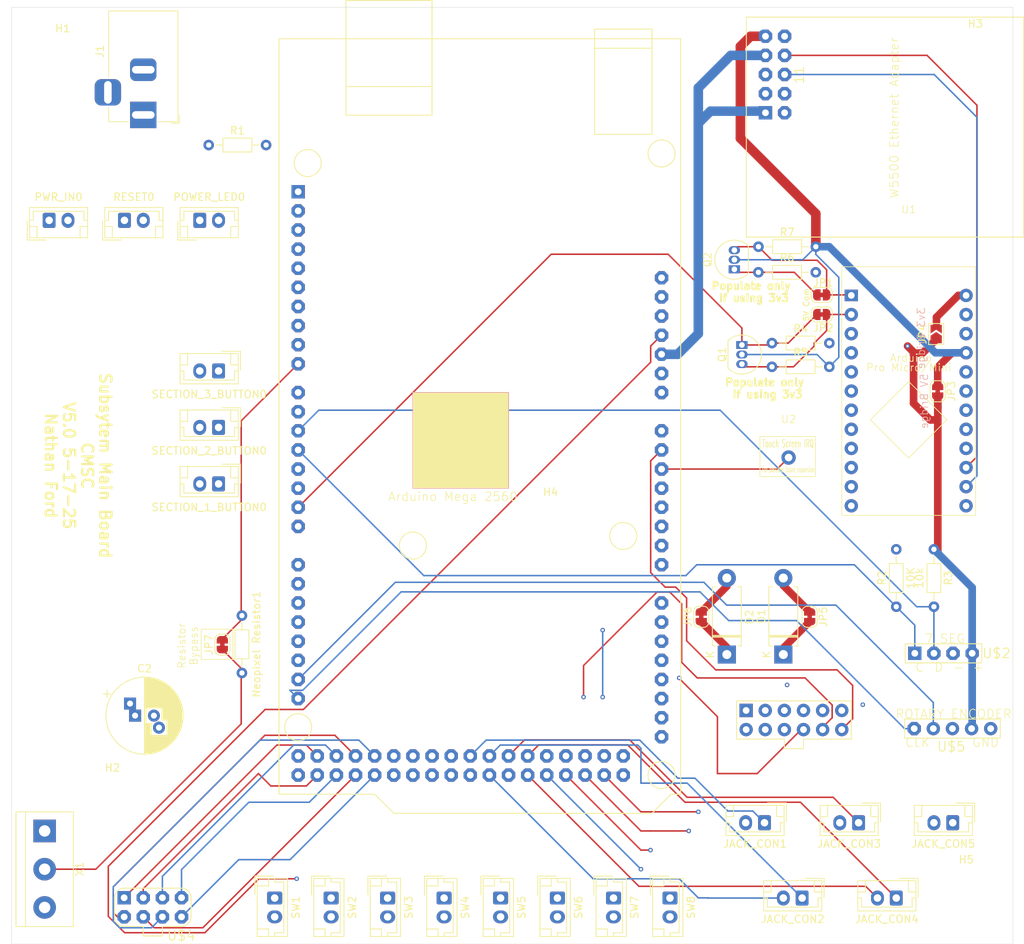
<source format=kicad_pcb>
(kicad_pcb (version 20240108) (generator "pcbnew") (generator_version "8.0")
  (layers (0 "F.Cu" signal) (1 "In1.Cu" signal) (2 "In2.Cu" signal) (31 "B.Cu" signal) (34 "B.Paste" user) (35 "F.Paste" user) (36 "B.SilkS" user "B.Silkscreen") (37 "F.SilkS" user "F.Silkscreen") (38 "B.Mask" user) (39 "F.Mask" user) (44 "Edge.Cuts" user))
  (net 0 "")
  (net 1 "/5V")
  (net 2 "Net-(D1-K)")
  (net 3 "Net-(D2-K)")
  (net 4 "/3V3")
  (net 5 "/RAW_IN")
  (net 6 "GND")
  (net 7 "Net-(JACK_CON1A-S)")
  (net 8 "Net-(JACK_CON1B-S)")
  (net 9 "Net-(JACK_CON2B-S)")
  (net 10 "Net-(JACK_CON2A-S)")
  (net 11 "Net-(JACK_CON3A-S)")
  (net 12 "Net-(JACK_CON3B-S)")
  (net 13 "Net-(JACK_CON4A-S)")
  (net 14 "Net-(JACK_CON4B-S)")
  (net 15 "Net-(JACK_CON5B-S)")
  (net 16 "Net-(JACK_CON5A-S)")
  (net 17 "Net-(POWER_LED0B-S)")
  (net 18 "Net-(R2-Pad1)")
  (net 19 "Net-(R3-Pad2)")
  (net 20 "/RESET")
  (net 21 "Net-(SECTION_1_BUTTON0A-KL)")
  (net 22 "Net-(SECTION_2_BUTTON0A-KL)")
  (net 23 "Net-(SECTION_3_BUTTON0A-KL)")
  (net 24 "Net-(SW1A-S)")
  (net 25 "Net-(SW2A-S)")
  (net 26 "Net-(SW3A-S)")
  (net 27 "Net-(SW4A-S)")
  (net 28 "Net-(SW5A-S)")
  (net 29 "Net-(SW6A-S)")
  (net 30 "Net-(SW7A-S)")
  (net 31 "Net-(SW8A-S)")
  (net 37 "/RX_OUT")
  (net 38 "/SCK")
  (net 40 "/MOSI")
  (net 44 "/D48")
  (net 47 "/D21")
  (net 48 "Net-(U$1-5V-Pad5V@1)")
  (net 49 "/D53")
  (net 50 "Net-(U$1-PadD25)")
  (net 51 "/D29")
  (net 52 "/MISO")
  (net 54 "Net-(U$1-PadD20)")
  (net 55 "Net-(U$1-PadD28)")
  (net 60 "/D2")
  (net 62 "Net-(U$1-PadD26)")
  (net 63 "Net-(U$1-PadD24)")
  (net 65 "Net-(C1-PadTFT_DC)")
  (net 66 "Net-(U$1-PadD22)")
  (net 67 "Net-(U$1-PadD23)")
  (net 75 "/Touch_CS")
  (net 76 "Net-(U2-T_IRQ)")
  (net 81 "Net-(U$1-PadD27)")
  (net 83 "/RX_5V")
  (net 94 "/TX_5V")
  (net 98 "Net-(U1-10)")
  (net 99 "Net-(U1-11)")
  (net 100 "Net-(U1-13)")
  (net 101 "Net-(U1-12)")
  (net 105 "/TX_OUT")
  (net 106 "Net-(JP4-B)")
  (net 107 "+3.3V")
  (net 108 "Net-(JP7-A)")
  (net 109 "Net-(JP7-B)")
  (footprint "Resistor_THT:R_Axial_DIN0204_L3.6mm_D1.6mm_P7.62mm_Horizontal" (layer "F.Cu") (at 164.2 71)
    (property "Reference" "R7")
    (property "Value" "10k")
  )
  (footprint "main:7_SEG_DISPLAY" (layer "F.Cu") (at 188.77 125)
    (property "Reference" "U$2")
    (property "Value" "7_SEG_DISPLAY")
  )
  (footprint "Resistor_THT:R_Axial_DIN0204_L3.6mm_D1.6mm_P7.62mm_Horizontal" (layer "F.Cu") (at 95.6 119.99 -90)
    (property "Reference" "Neopixel Resistor1")
    (property "Value" "350 ohm")
  )
  (footprint "Connector_BarrelJack:BarrelJack_Horizontal" (layer "F.Cu") (at 82.5 53.5 -90)
    (property "Reference" "J1")
    (property "Value" "DCJ0303")
  )
  (footprint "Connector_JST:JST_EH_B2B-EH-A_1x02_P2.50mm_Vertical" (layer "F.Cu") (at 137.5 157.5 -90)
    (property "Reference" "SW6")
    (property "Value" "L02P")
  )
  (footprint "Connector_JST:JST_EH_B2B-EH-A_1x02_P2.50mm_Vertical" (layer "F.Cu") (at 122.45 157.5 -90)
    (property "Reference" "SW4")
    (property "Value" "L02P")
  )
  (footprint "Connector_JST:JST_EH_B2B-EH-A_1x02_P2.50mm_Vertical" (layer "F.Cu") (at 99.95 157.5 -90)
    (property "Reference" "SW1")
    (property "Value" "L02P")
  )
  (footprint "MountingHole:MountingHole_3.2mm_M3" (layer "F.Cu") (at 191.8 156.6)
    (property "Reference" "H5")
    (property "Value" "MountingHole")
  )
  (footprint "Resistor_THT:R_Axial_DIN0204_L3.6mm_D1.6mm_P7.62mm_Horizontal" (layer "F.Cu") (at 182.5 118.81 90)
    (property "Reference" "R2")
    (property "Value" "10K")
  )
  (footprint "Connector_JST:JST_EH_B2B-EH-A_1x02_P2.50mm_Vertical" (layer "F.Cu") (at 90 67.5)
    (property "Reference" "POWER_LED0")
    (property "Value" "L02P")
  )
  (footprint "Resistor_THT:R_Axial_DIN0204_L3.6mm_D1.6mm_P7.62mm_Horizontal" (layer "F.Cu") (at 164.19 74.4)
    (property "Reference" "R6")
    (property "Value" "10k")
  )
  (footprint "Connector_JST:JST_EH_B2B-EH-A_1x02_P2.50mm_Vertical" (layer "F.Cu") (at 177.5 147.5 180)
    (property "Reference" "JACK_CON3")
    (property "Value" "L02P")
  )
  (footprint "Connector_JST:JST_EH_B2B-EH-A_1x02_P2.50mm_Vertical" (layer "F.Cu") (at 165 147.5 180)
    (property "Reference" "JACK_CON1")
    (property "Value" "L02P")
  )
  (footprint "Jumper:SolderJumper-2_P1.3mm_Bridged_RoundedPad1.0x1.5mm" (layer "F.Cu") (at 188 90.2 90)
    (property "Reference" "JP3")
    (property "Value" "SolderJumper_2_Bridged")
  )
  (footprint "Connector_JST:JST_EH_B2B-EH-A_1x02_P2.50mm_Vertical" (layer "F.Cu") (at 92.5 95 180)
    (property "Reference" "SECTION_2_BUTTON0")
    (property "Value" "W237-102")
  )
  (footprint "Connector_JST:JST_EH_B2B-EH-A_1x02_P2.50mm_Vertical" (layer "F.Cu") (at 129.95 157.5 -90)
    (property "Reference" "SW5")
    (property "Value" "L02P")
  )
  (footprint "Connector_JST:JST_EH_B2B-EH-A_1x02_P2.50mm_Vertical" (layer "F.Cu") (at 80 67.5)
    (property "Reference" "RESET0")
    (property "Value" "L02P")
  )
  (footprint "MountingHole:MountingHole_3.2mm_M3" (layer "F.Cu") (at 78.4 144.4)
    (property "Reference" "H2")
    (property "Value" "MountingHole")
  )
  (footprint "Resistor_THT:R_Axial_DIN0204_L3.6mm_D1.6mm_P7.62mm_Horizontal" (layer "F.Cu") (at 165.99 83.8)
    (property "Reference" "R4")
    (property "Value" "10k")
  )
  (footprint "Connector_JST:JST_EH_B2B-EH-A_1x02_P2.50mm_Vertical" (layer "F.Cu") (at 70 67.5)
    (property "Reference" "PWR_IN0")
    (property "Value" "L02P")
  )
  (footprint "main:ETHERNET_ADAPTER" (layer "F.Cu") (at 166.4 48.133 90)
    (property "Reference" "11")
    (property "Value" "~")
  )
  (footprint "Diode_THT:D_DO-15_P10.16mm_Horizontal" (layer "F.Cu") (at 160 125.16 90)
    (property "Reference" "D2")
    (property "Value" "D")
  )
  (footprint "Connector_JST:JST_EH_B2B-EH-A_1x02_P2.50mm_Vertical" (layer "F.Cu") (at 114.95 157.5 -90)
    (property "Reference" "SW3")
    (property "Value" "L02P")
  )
  (footprint "Connector_JST:JST_EH_B2B-EH-A_1x02_P2.50mm_Vertical" (layer "F.Cu") (at 190 147.5 180)
    (property "Reference" "JACK_CON5")
    (property "Value" "L02P")
  )
  (footprint "Jumper:SolderJumper-2_P1.3mm_Bridged_RoundedPad1.0x1.5mm" (layer "F.Cu") (at 171 120.15 -90)
    (property "Reference" "JP5")
    (property "Value" "SolderJumper_2_Bridged")
  )
  (footprint "Connector_JST:JST_EH_B2B-EH-A_1x02_P2.50mm_Vertical" (layer "F.Cu") (at 107.45 157.5 -90)
    (property "Reference" "SW2")
    (property "Value" "L02P")
  )
  (footprint "Jumper:SolderJumper-2_P1.3mm_Open_TrianglePad1.0x1.5mm" (layer "F.Cu") (at 187.8 82.6 90)
    (property "Reference" "JP4")
    (property "Value" "SolderJumper_2_Open")
  )
  (footprint "Subsystem Main Extra Symbols:SPI_HEADER_RIBBON_CONNECTOR_V2" (layer "F.Cu") (at 168.91 133.858)
    (property "Reference" "C1" (hide yes))
    (property "Value" "~")
  )
  (footprint "Jumper:SolderJumper-2_P1.3mm_Bridged_RoundedPad1.0x1.5mm" (layer "F.Cu") (at 93 123.85 90)
    (property "Reference" "JP7")
    (property "Value" "SolderJumper_2_Bridged")
  )
  (footprint "Resistor_THT:R_Axial_DIN0204_L3.6mm_D1.6mm_P7.62mm_Horizontal" (layer "F.Cu") (at 91.19 57.5)
    (property "Reference" "R1")
    (property "Value" "220 ohm")
  )
  (footprint "Connector_JST:JST_EH_B2B-EH-A_1x02_P2.50mm_Vertical" (layer "F.Cu") (at 152.45 157.5 -90)
    (property "Reference" "SW8")
    (property "Value" "L02P")
  )
  (footprint "main:BUTTON_GRID_HEADER_RIBBON_CONNECTOR" (layer "F.Cu") (at 83.77 158.73)
    (property "Reference" "U$4")
    (property "Value" "BUTTON_GRID_HEADER")
  )
  (footprint "Jumper:SolderJumper-2_P1.3mm_Bridged_RoundedPad1.0x1.5mm" (layer "F.Cu") (at 172.6 80 180)
    (property "Reference" "JP2")
    (property "Value" "SolderJumper_2_Bridged")
  )
  (footprint "Package_TO_SOT_THT:TO-92_Inline" (layer "F.Cu") (at 161 74 90)
    (property "Reference" "Q2")
    (property "Value" "BS108")
  )
  (footprint "Connector_JST:JST_EH_B2B-EH-A_1x02_P2.50mm_Vertical" (layer "F.Cu") (at 144.95 157.5 -90)
    (property "Reference" "SW7")
    (property "Value" "L02P")
  )
  (footprint "TerminalBlock:TerminalBlock_bornier-3_P5.08mm" (layer "F.Cu") (at 69.4 148.59 -90)
    (property "Reference" "X1")
    (property "Value" "W237-103")
  )
  (footprint "MountingHole:MountingHole_3.2mm_M3" (layer "F.Cu") (at 71.8 46.2)
    (property "Reference" "H1")
    (property "Value" "MountingHole")
  )
  (footprint "main:ARDUINO_MEGA_MIRROR" (layer "F.Cu") (at 128.4685 95.45)
    (property "Reference" "U$1")
    (property "Value" "ARDUINO_MEGAMIRROR")
  )
  (footprint "MountingHole:MountingHole_3.2mm_M3" (layer "F.Cu") (at 193 45.6)
    (property "Reference" "H3")
    (property "Value" "MountingHole")
  )
  (footprint "Subsystem Main Extra Symbols:T_IRQ" (layer "F.Cu") (at 168.2 99)
    (property "Reference" "U2")
    (property "Value" "~")
  )
  (footprint "Connector_JST:JST_EH_B2B-EH-A_1x02_P2.50mm_Vertical" (layer "F.Cu") (at 170 157.5 180)
    (property "Reference" "JACK_CON2")
    (property "Value" "L02P")
  )
  (footprint "Capacitor_THT:CP_Radial_D10.0mm_P2.50mm_P5.00mm" (layer "F.Cu") (at 81.411063 133.274)
    (property "Reference" "C2")
    (property "Value" "C_Polarized")
  )
  (footprint "Connector_JST:JST_EH_B2B-EH-A_1x02_P2.50mm_Vertical" (layer "F.Cu") (at 92.5 102.5 180)
    (property "Reference" "SECTION_1_BUTTON0")
    (property "Value" "W237-102")
  )
  (footprint "Jumper:SolderJumper-2_P1.3mm_Bridged_RoundedPad1.0x1.5mm" (layer "F.Cu") (at 172.6 77.4 180)
    (property "Reference" "JP1")
    (property "Value" "SolderJumper_2_Bridged")
  )
  (footprint "Subsystem Main Extra Symbols:Arduino Pro Micro (Mini)" (layer "F.Cu") (at 184.15 88.9)
    (property "Reference" "U1")
    (property "Value" "~")
  )
  (footprint "Connector_JST:JST_EH_B2B-EH-A_1x02_P2.50mm_Vertical" (layer "F.Cu") (at 182.5 157.5 180)
    (property "Reference" "JACK_CON4")
    (property "Value" "L02P")
  )
  (footprint "Resistor_THT:R_Axial_DIN0204_L3.6mm_D1.6mm_P7.62mm_Horizontal" (layer "F.Cu") (at 187.5 111.19 -90)
    (property "Reference" "R3")
    (property "Value" "10k")
  )
  (footprint "Package_TO_SOT_THT:TO-92_Inline" (layer "F.Cu") (at 162 84.05 -90)
    (property "Reference" "Q1")
    (property "Value" "BS108")
  )
  (footprint "main:ROTARY_ENCODER" (layer "F.Cu") (at 189.96 135)
    (property "Reference" "U$5")
    (property "Value" "ROTARY_ENCODER")
  )
  (footprint "Connector_JST:JST_EH_B2B-EH-A_1x02_P2.50mm_Vertical" (layer "F.Cu") (at 92.5 87.5 180)
    (property "Reference" "SECTION_3_BUTTON0")
    (property "Value" "W237-102")
  )
  (footprint "Resistor_THT:R_Axial_DIN0204_L3.6mm_D1.6mm_P7.62mm_Horizontal" (layer "F.Cu") (at 165.99 86.95)
    (property "Reference" "R5")
    (property "Value" "10k")
  )
  (footprint "Diode_THT:D_DO-15_P10.16mm_Horizontal" (layer "F.Cu") (at 167.5 125.16 90)
    (property "Reference" "D1")
    (property "Value" "D")
  )
  (footprint "MountingHole:MountingHole_3.2mm_M3" (layer "F.Cu") (at 136.6 107.8)
    (property "Reference" "H4")
    (property "Value" "MountingHole")
  )
  (footprint "Jumper:SolderJumper-2_P1.3mm_Bridged_RoundedPad1.0x1.5mm" (layer "F.Cu") (at 156.6 120.15 90)
    (property "Reference" "JP6")
    (property "Value" "SolderJumper_2_Bridged")
  )
  (gr_rect (start 90.2 121.8) (end 94.4 125.8) (stroke (width 0.1)) (fill none) (layer "F.SilkS"))
  (gr_rect (start 65.005 39.2) (end 197.995 163.605) (stroke (width 0.05)) (fill none) (layer "Edge.Cuts"))
  (gr_text "3v3 Bridge" (at 186.4 79 90) (layer "B.SilkS") (effects (font (size 1 1) (thickness 0.1)) (justify left bottom mirror)))
  (gr_text "5V Bridge" (at 186.8 87.8 90) (layer "B.SilkS") (effects (font (size 1 1) (thickness 0.1)) (justify left bottom mirror)))
  (gr_text "Populate only \nif using 3v3" (at 163.6 78.4 0) (layer "F.SilkS") (effects (font (size 1 1) (thickness 0.25) (bold yes)) (justify bottom)))
  (gr_text "5V Com" (at 171 81 90) (layer "F.SilkS") (effects (font (size 0.75 0.75) (thickness 0.15) (bold yes)) (justify left bottom)))
  (gr_text "Subsytem Main Board\nCMSC\nV5.0 5-17-25\nNathan Ford" (at 69.342 100.076 270) (layer "F.SilkS") (effects (font (size 1.5 1.5) (thickness 0.3) (bold yes)) (justify bottom)))
  (gr_text "Resistor\nBypass" (at 89.8 124 90) (layer "F.SilkS") (effects (font (size 1 1) (thickness 0.1)) (justify bottom)))
  (gr_text "Populate only \nif using 3v3" (at 165.4 91.2 0) (layer "F.SilkS") (effects (font (size 1 1) (thickness 0.25) (bold yes)) (justify bottom)))
  (segment (start 188.015 111.705) (end 188.015 92.4) (width 1.016) (layer "F.Cu") (net 1))
  (segment (start 188.015 91.025291) (end 188 91.025291) (width 1.016) (layer "F.Cu") (net 1))
  (segment (start 188.015 91.615) (end 188 91.6) (width 1.016) (layer "F.Cu") (net 1))
  (segment (start 186 85.125) (end 187.8 83.325) (width 1.016) (layer "F.Cu") (net 1))
  (segment (start 188.015 92.4) (end 188.015 91.615) (width 1.016) (layer "F.Cu") (net 1))
  (segment (start 167.5 116) (end 171 119.5) (width 1) (layer "F.Cu") (net 1))
  (segment (start 188.015 92.4) (end 188.015 91.025291) (width 1.016) (layer "F.Cu") (net 1))
  (segment (start 167.5 115) (end 167.5 116) (width 0.635) (layer "F.Cu") (net 1))
  (segment (start 184.8 91.8) (end 184.8 85.25) (width 1.016) (layer "F.Cu") (net 1))
  (segment (start 187.8 94) (end 187 94) (width 1.016) (layer "F.Cu") (net 1))
  (segment (start 184.8 85.25) (end 184.925 85.125) (width 1.016) (layer "F.Cu") (net 1))
  (segment (start 187 94) (end 184.8 91.8) (width 1.016) (layer "F.Cu") (net 1))
  (segment (start 184 84.2) (end 184.925 85.125) (width 1.016) (layer "F.Cu") (net 1))
  (segment (start 184.925 85.125) (end 186 85.125) (width 1.016) (layer "F.Cu") (net 1))
  (via (at 184 84.2) (size 0.6) (drill 0.3) (layers "F.Cu" "B.Cu") (net 1))
  (segment (start 188.015 111.705) (end 192.58 116.27) (width 1.016) (layer "B.Cu") (net 1))
  (segment (start 192.58 116.27) (end 192.58 125) (width 1.016) (layer "B.Cu") (net 1))
  (segment (start 187.5 111.19) (end 188.015 111.705) (width 1.016) (layer "B.Cu") (net 1))
  (segment (start 192.58 134.92) (end 192.5 135) (width 0.635) (layer "B.Cu") (net 1))
  (segment (start 192.58 125) (end 192.58 134.92) (width 1.016) (layer "B.Cu") (net 1))
  (segment (start 171 120.8) (end 167.5 124.3) (width 1) (layer "F.Cu") (net 2))
  (segment (start 167.5 124.3) (end 167.5 125.16) (width 0.2) (layer "F.Cu") (net 2))
  (segment (start 160 124.2) (end 160 125.16) (width 0.2) (layer "F.Cu") (net 3))
  (segment (start 156.6 120.8) (end 160 124.2) (width 1) (layer "F.Cu") (net 3))
  (segment (start 156.6 119.5) (end 160 116.1) (width 1) (layer "F.Cu") (net 4))
  (segment (start 160 116.1) (end 160 115) (width 0.2) (layer "F.Cu") (net 4))
  (segment (start 156.21 82.55) (end 156.21 54.61) (width 1.27) (layer "B.Cu") (net 6))
  (segment (start 157.82 53) (end 164.917 53) (width 1.27) (layer "B.Cu") (net 6))
  (segment (start 164.917 53) (end 165.13 53.213) (width 1.27) (layer "B.Cu") (net 6))
  (segment (start 151.3285 85.29) (end 151.13 85.0915) (width 0.2) (layer "B.Cu") (net 6))
  (segment (start 156.21 49.911) (end 160.528 45.593) (width 1.27) (layer "B.Cu") (net 6))
  (segment (start 153.47 85.29) (end 156.21 82.55) (width 1.27) (layer "B.Cu") (net 6))
  (segment (start 156.21 54.61) (end 156.21 49.911) (width 1.27) (layer "B.Cu") (net 6))
  (segment (start 151.3285 85.29) (end 153.47 85.29) (width 1.27) (layer "B.Cu") (net 6))
  (segment (start 151.13 85.0915) (end 151.13 85.09) (width 0.2) (layer "B.Cu") (net 6))
  (segment (start 160.528 45.593) (end 165.13 45.593) (width 1.27) (layer "B.Cu") (net 6))
  (segment (start 156.21 54.61) (end 157.82 53) (width 1.27) (layer "B.Cu") (net 6))
  (segment (start 148.430341 136.5266) (end 128.0319 136.5266) (width 0.2) (layer "B.Cu") (net 7))
  (segment (start 165 147.5) (end 163.4428 145.9428) (width 0.2) (layer "B.Cu") (net 7))
  (segment (start 155.7672 141.5828) (end 153.486541 141.5828) (width 0.2) (layer "B.Cu") (net 7))
  (segment (start 128.0319 136.5266) (end 125.9285 138.63) (width 0.2) (layer "B.Cu") (net 7))
  (segment (start 153.486541 141.5828) (end 148.430341 136.5266) (width 0.2) (layer "B.Cu") (net 7))
  (segment (start 160.1272 145.9428) (end 155.7672 141.5828) (width 0.2) (layer "B.Cu") (net 7))
  (segment (start 163.4428 145.9428) (end 160.1272 145.9428) (width 0.2) (layer "B.Cu") (net 7))
  (segment (start 125.9285 141.17) (end 125.73 140.9715) (width 0.2) (layer "B.Cu") (net 8))
  (segment (start 125.73 140.97) (end 125.73 140.9715) (width 0.2) (layer "B.Cu") (net 8))
  (segment (start 129.9162 142.6162) (end 142.24 154.94) (width 0.2) (layer "B.Cu") (net 9))
  (segment (start 156.21 157.48) (end 157.48 157.48) (width 0.2) (layer "B.Cu") (net 9))
  (segment (start 142.24 154.94) (end 153.67 154.94) (width 0.2) (layer "B.Cu") (net 9))
  (segment (start 129.9147 142.6162) (end 129.9162 142.6162) (width 0.2) (layer "B.Cu") (net 9))
  (segment (start 128.4685 141.17) (end 129.9147 142.6162) (width 0.2) (layer "B.Cu") (net 9))
  (segment (start 153.67 154.94) (end 156.21 157.48) (width 0.2) (layer "B.Cu") (net 9))
  (segment (start 157.48 157.48) (end 157.5 157.5) (width 0.2) (layer "B.Cu") (net 9))
  (segment (start 157.5 157.5) (end 167.5 157.5) (width 0.2) (layer "B.Cu") (net 9))
  (segment (start 148.59 142.24) (end 148.59 137.615681) (width 0.2) (layer "B.Cu") (net 10))
  (segment (start 148.158119 137.1838) (end 129.9147 137.1838) (width 0.2) (layer "B.Cu") (net 10))
  (segment (start 129.9147 137.1838) (end 128.4685 138.63) (width 0.2) (layer "B.Cu") (net 10))
  (segment (start 170 157.5) (end 154.74 142.24) (width 0.2) (layer "B.Cu") (net 10))
  (segment (start 148.59 137.615681) (end 148.158119 137.1838) (width 0.2) (layer "B.Cu") (net 10))
  (segment (start 154.74 142.24) (end 148.59 142.24) (width 0.2) (layer "B.Cu") (net 10))
  (segment (start 154.715958 144.1228) (end 147.095958 136.5028) (width 0.2) (layer "F.Cu") (net 11))
  (segment (start 133.1357 136.5028) (end 131.0085 138.63) (width 0.2) (layer "F.Cu") (net 11))
  (segment (start 174.1228 144.1228) (end 154.715958 144.1228) (width 0.2) (layer "F.Cu") (net 11))
  (segment (start 177.5 147.5) (end 174.1228 144.1228) (width 0.2) (layer "F.Cu") (net 11))
  (segment (start 147.095958 136.5028) (end 133.1357 136.5028) (width 0.2) (layer "F.Cu") (net 11))
  (segment (start 131.0085 141.17) (end 131.0085 141.1685) (width 0.2) (layer "F.Cu") (net 12))
  (segment (start 131.0085 141.1685) (end 130.81 140.97) (width 0.2) (layer "F.Cu") (net 12))
  (segment (start 146.823736 137.16) (end 135.0185 137.16) (width 0.2) (layer "F.Cu") (net 13))
  (segment (start 169.78 144.78) (end 154.443736 144.78) (width 0.2) (layer "F.Cu") (net 13))
  (segment (start 182.5 157.5) (end 169.78 144.78) (width 0.2) (layer "F.Cu") (net 13))
  (segment (start 135.0185 137.16) (end 133.5485 138.63) (width 0.2) (layer "F.Cu") (net 13))
  (segment (start 154.443736 144.78) (end 146.823736 137.16) (width 0.2) (layer "F.Cu") (net 13))
  (segment (start 133.5485 141.17) (end 148.3213 155.9428) (width 0.2) (layer "F.Cu") (net 14))
  (segment (start 178.4428 155.9428) (end 180 157.5) (width 0.2) (layer "F.Cu") (net 14))
  (segment (start 148.3213 155.9428) (end 178.4428 155.9428) (width 0.2) (layer "F.Cu") (net 14))
  (segment (start 187.5 147.5) (end 187.78 147.5) (width 0.2) (layer "F.Cu") (net 15))
  (segment (start 187.78 147.5) (end 187.96 147.32) (width 0.2) (layer "F.Cu") (net 15))
  (via (at 148.59 153.67) (size 0.6) (drill 0.3) (layers "F.Cu" "B.Cu") (net 15))
  (segment (start 148.59 153.67) (end 148.5885 153.67) (width 0.2) (layer "B.Cu") (net 15))
  (segment (start 148.5885 153.67) (end 136.0885 141.17) (width 0.2) (layer "B.Cu") (net 15))
  (segment (start 190 147.5) (end 190.32 147.5) (width 0.2) (layer "B.Cu") (net 16))
  (segment (start 190.32 147.5) (end 190.5 147.32) (width 0.2) (layer "B.Cu") (net 16))
  (segment (start 119.7547 114.6762) (end 154.5638 114.6762) (width 0.2) (layer "B.Cu") (net 18))
  (segment (start 176.9328 113.2428) (end 182.5 118.81) (width 0.2) (layer "B.Cu") (net 18))
  (segment (start 184.96 121.27) (end 184.96 125) (width 0.2) (layer "B.Cu") (net 18))
  (segment (start 103.0685 97.99) (end 119.7547 114.6762) (width 0.2) (layer "B.Cu") (net 18))
  (segment (start 154.5638 114.6762) (end 155.9972 113.2428) (width 0.2) (layer "B.Cu") (net 18))
  (segment (start 155.9972 113.2428) (end 176.9328 113.2428) (width 0.2) (layer "B.Cu") (net 18))
  (segment (start 182.5 118.81) (end 184.96 121.27) (width 0.2) (layer "B.Cu") (net 18))
  (segment (start 187.5 118.81) (end 187.5 125) (width 0.2) (layer "B.Cu") (net 19))
  (segment (start 159.11 92.71) (end 185.21 118.81) (width 0.2) (layer "B.Cu") (net 19))
  (segment (start 185.21 118.81) (end 187.5 118.81) (width 0.2) (layer "B.Cu") (net 19))
  (segment (start 103.0685 95.45) (end 105.8085 92.71) (width 0.2) (layer "B.Cu") (net 19))
  (segment (start 105.8085 92.71) (end 159.11 92.71) (width 0.2) (layer "B.Cu") (net 19))
  (segment (start 137.5 157.5) (end 137.45 157.5) (width 0.2) (layer "F.Cu") (net 29))
  (segment (start 161.46 71) (end 161 71.46) (width 0.2) (layer "F.Cu") (net 37))
  (segment (start 173.25 77.4) (end 176.46 77.4) (width 0.2) (layer "F.Cu") (net 37))
  (segment (start 171.98795 72.8) (end 173.25 74.06205) (width 0.2) (layer "F.Cu") (net 37))
  (segment (start 176.46 77.4) (end 176.53 77.47) (width 0.2) (layer "F.Cu") (net 37))
  (segment (start 166 72.8) (end 171.98795 72.8) (width 0.2) (layer "F.Cu") (net 37))
  (segment (start 164.2 71) (end 161.46 71) (width 0.2) (layer "F.Cu") (net 37))
  (segment (start 173.25 74.06205) (end 173.25 77.4) (width 0.2) (layer "F.Cu") (net 37))
  (segment (start 164.2 71) (end 166 72.8) (width 0.2) (layer "F.Cu") (net 37))
  (via (at 143.51 121.92) (size 0.6) (drill 0.3) (layers "F.Cu" "B.Cu") (net 38))
  (via (at 168 129.2) (size 0.6) (drill 0.3) (layers "F.Cu" "B.Cu") (net 38))
  (via (at 143.51 130.81) (size 0.6) (drill 0.3) (layers "F.Cu" "B.Cu") (net 38))
  (segment (start 143.51 130.81) (end 143.51 121.92) (width 0.2) (layer "B.Cu") (net 38))
  (segment (start 141.1685 141.17) (end 148.5885 148.59) (width 0.2) (layer "F.Cu") (net 40))
  (segment (start 148.5885 148.59) (end 149.86 148.59) (width 0.2) (layer "F.Cu") (net 40))
  (segment (start 149.86 148.59) (end 154.94 148.59) (width 0.2) (layer "F.Cu") (net 40))
  (via (at 178.054 131.826) (size 0.6) (drill 0.3) (layers "F.Cu" "B.Cu") (net 40))
  (via (at 154.94 148.59) (size 0.6) (drill 0.3) (layers "F.Cu" "B.Cu") (net 40))
  (segment (start 153.67 128.27) (end 153.67 128.335236) (width 0.2) (layer "F.Cu") (net 44))
  (segment (start 153.67 128.335236) (end 158.75 133.415236) (width 0.2) (layer "F.Cu") (net 44))
  (segment (start 158.75 140.97) (end 164.03 140.97) (width 0.2) (layer "F.Cu") (net 44))
  (segment (start 158.75 133.415236) (end 158.75 140.97) (width 0.2) (layer "F.Cu") (net 44))
  (segment (start 164.03 140.97) (end 170 135) (width 0.2) (layer "F.Cu") (net 44))
  (via (at 153.67 128.27) (size 0.6) (drill 0.3) (layers "F.Cu" "B.Cu") (net 44))
  (segment (start 103.0685 131.01) (end 101.9747 129.9162) (width 0.2) (layer "B.Cu") (net 47))
  (segment (start 156.44 116.84) (end 160.25 120.65) (width 0.2) (layer "B.Cu") (net 47))
  (segment (start 183.6 135) (end 184.88 135) (width 0.2) (layer "B.Cu") (net 47))
  (segment (start 169.25 120.65) (end 183.6 135) (width 0.2) (layer "B.Cu") (net 47))
  (segment (start 103.667536 129.9162) (end 116.743736 116.84) (width 0.2) (layer "B.Cu") (net 47))
  (segment (start 101.9747 129.9162) (end 103.667536 129.9162) (width 0.2) (layer "B.Cu") (net 47))
  (segment (start 160.25 120.65) (end 169.25 120.65) (width 0.2) (layer "B.Cu") (net 47))
  (segment (start 116.743736 116.84) (end 156.44 116.84) (width 0.2) (layer "B.Cu") (net 47))
  (segment (start 149.8823 86.3377) (end 149.8823 84.1962) (width 0.2) (layer "F.Cu") (net 48))
  (segment (start 98.6838 132.4562) (end 103.7638 132.4562) (width 0.2) (layer "F.Cu") (net 48))
  (segment (start 90.684522 162.1034) (end 80.018164 162.1034) (width 0.2) (layer "F.Cu") (net 48))
  (segment (start 149.8823 84.1962) (end 151.3285 82.75) (width 0.2) (layer "F.Cu") (net 48))
  (segment (start 80.018164 162.1034) (end 77.8566 159.941836) (width 0.2) (layer "F.Cu") (net 48))
  (segment (start 102.87 154.94) (end 97.847922 154.94) (width 0.2) (layer "F.Cu") (net 48))
  (segment (start 103.7638 132.4562) (end 149.8823 86.3377) (width 0.2) (layer "F.Cu") (net 48))
  (segment (start 77.8566 153.2834) (end 98.6838 132.4562) (width 0.2) (layer "F.Cu") (net 48))
  (segment (start 77.8566 159.941836) (end 77.8566 153.2834) (width 0.2) (layer "F.Cu") (net 48))
  (segment (start 97.847922 154.94) (end 90.684522 162.1034) (width 0.2) (layer "F.Cu") (net 48))
  (via (at 102.87 154.94) (size 0.6) (drill 0.3) (layers "F.Cu" "B.Cu") (net 48))
  (segment (start 149.86 146.05) (end 156.21 146.05) (width 0.2) (layer "F.Cu") (net 49))
  (segment (start 143.7085 141.17) (end 148.5885 146.05) (width 0.2) (layer "F.Cu") (net 49))
  (segment (start 148.5885 146.05) (end 149.86 146.05) (width 0.2) (layer "F.Cu") (net 49))
  (via (at 156.21 146.05) (size 0.6) (drill 0.3) (layers "F.Cu" "B.Cu") (net 49))
  (segment (start 87.58 157.46) (end 87.58 153.72) (width 0.2) (layer "B.Cu") (net 50))
  (segment (start 87.58 153.72) (end 96.52 144.78) (width 0.2) (layer "B.Cu") (net 50))
  (segment (start 104.5385 144.78) (end 108.1485 141.17) (width 0.2) (layer "B.Cu") (net 50))
  (segment (start 96.52 144.78) (end 104.5385 144.78) (width 0.2) (layer "B.Cu") (net 50))
  (segment (start 95.18 152.4) (end 101.9985 152.4) (width 0.2) (layer "B.Cu") (net 51))
  (segment (start 101.9985 152.4) (end 113.2285 141.17) (width 0.2) (layer "B.Cu") (net 51))
  (segment (start 87.58 160) (end 95.18 152.4) (width 0.2) (layer "B.Cu") (net 51))
  (segment (start 154 126.2) (end 156.07 128.27) (width 0.2) (layer "F.Cu") (net 52))
  (segment (start 150.729464 116.8638) (end 152.4238 116.8638) (width 0.2) (layer "F.Cu") (net 52))
  (segment (start 173.9862 131.860964) (end 173.9862 133.5538) (width 0.2) (layer "F.Cu") (net 52))
  (segment (start 173.9862 133.5538) (end 172.54 135) (width 0.2) (layer "F.Cu") (net 52))
  (segment (start 140.97 126.623264) (end 150.729464 116.8638) (width 0.2) (layer "F.Cu") (net 52))
  (segment (start 152.4238 116.8638) (end 154 118.44) (width 0.2) (layer "F.Cu") (net 52))
  (segment (start 154 118.44) (end 154 126.2) (width 0.2) (layer "F.Cu") (net 52))
  (segment (start 140.97 130.81) (end 140.97 126.623264) (width 0.2) (layer "F.Cu") (net 52))
  (segment (start 156.07 128.27) (end 170.395236 128.27) (width 0.2) (layer "F.Cu") (net 52))
  (segment (start 170.395236 128.27) (end 173.9862 131.860964) (width 0.2) (layer "F.Cu") (net 52))
  (via (at 140.97 130.81) (size 0.6) (drill 0.3) (layers "F.Cu" "B.Cu") (net 52))
  (segment (start 159.974943 118.6) (end 174.48 118.6) (width 0.2) (layer "B.Cu") (net 54))
  (segment (start 156.944943 115.57) (end 159.974943 118.6) (width 0.2) (layer "B.Cu") (net 54))
  (segment (start 187.42 131.54) (end 187.42 135) (width 0.2) (layer "B.Cu") (net 54))
  (segment (start 103.0685 128.47) (end 115.9685 115.57) (width 0.2) (layer "B.Cu") (net 54))
  (segment (start 174.48 118.6) (end 187.42 131.54) (width 0.2) (layer "B.Cu") (net 54))
  (segment (start 115.9685 115.57) (end 156.944943 115.57) (width 0.2) (layer "B.Cu") (net 54))
  (segment (start 98.001 136.5266) (end 111.1251 136.5266) (width 0.2) (layer "B.Cu") (net 55))
  (segment (start 111.1251 136.5266) (end 113.2285 138.63) (width 0.2) (layer "B.Cu") (net 55))
  (segment (start 83.5938 161.4462) (end 79.360964 161.4462) (width 0.2) (layer "B.Cu") (net 55))
  (segment (start 78.5138 156.0138) (end 98.001 136.5266) (width 0.2) (layer "B.Cu") (net 55))
  (segment (start 78.5138 160.599036) (end 78.5138 156.0138) (width 0.2) (layer "B.Cu") (net 55))
  (segment (start 79.360964 161.4462) (end 78.5138 160.599036) (width 0.2) (layer "B.Cu") (net 55))
  (segment (start 85.04 160) (end 83.5938 161.4462) (width 0.2) (layer "B.Cu") (net 55))
  (segment (start 162.56 135.18) (end 162.38 135) (width 0.2) (layer "F.Cu") (net 60))
  (segment (start 162.56 135.18) (end 162.56 135.89) (width 0.2) (layer "F.Cu") (net 60))
  (segment (start 107.9485 135.89) (end 110.6885 138.63) (width 0.2) (layer "F.Cu") (net 62))
  (segment (start 78.5138 159.4428) (end 78.5138 156.0138) (width 0.2) (layer "F.Cu") (net 62))
  (segment (start 78.5138 156.0138) (end 98.6376 135.89) (width 0.2) (layer "F.Cu") (net 62))
  (segment (start 79.071 160) (end 78.5138 159.4428) (width 0.2) (layer "F.Cu") (net 62))
  (segment (start 98.6376 135.89) (end 107.9485 135.89) (width 0.2) (layer "F.Cu") (net 62))
  (segment (start 79.96 160) (end 79.071 160) (width 0.2) (layer "F.Cu") (net 62))
  (segment (start 79.99 160) (end 80.01 160.02) (width 0.2) (layer "B.Cu") (net 62))
  (segment (start 79.99 160) (end 79.96 160) (width 0.2) (layer "B.Cu") (net 62))
  (segment (start 85.07 157.46) (end 85.09 157.48) (width 0.2) (layer "F.Cu") (net 63))
  (segment (start 85.07 157.46) (end 85.04 157.46) (width 0.2) (layer "F.Cu") (net 63))
  (segment (start 85.04 157.46) (end 85.04 154.613264) (width 0.2) (layer "B.Cu") (net 63))
  (segment (start 106.7023 137.1838) (end 108.1485 138.63) (width 0.2) (layer "B.Cu") (net 63))
  (segment (start 85.04 154.613264) (end 102.469464 137.1838) (width 0.2) (layer "B.Cu") (net 63))
  (segment (start 102.469464 137.1838) (end 106.7023 137.1838) (width 0.2) (layer "B.Cu") (net 63))
  (segment (start 148.5885 151.13) (end 149.86 151.13) (width 0.2) (layer "F.Cu") (net 65))
  (segment (start 138.6285 141.17) (end 148.5885 151.13) (width 0.2) (layer "F.Cu") (net 65))
  (via (at 149.86 151.13) (size 0.6) (drill 0.3) (layers "F.Cu" "B.Cu") (net 65))
  (segment (start 79.96 157.46) (end 79.99 157.46) (width 0.2) (layer "F.Cu") (net 66))
  (segment (start 104.1623 137.1838) (end 105.6085 138.63) (width 0.2) (layer "F.Cu") (net 66))
  (segment (start 79.99 157.46) (end 80.01 157.48) (width 0.2) (layer "F.Cu") (net 66))
  (segment (start 100.2362 137.1838) (end 104.1623 137.1838) (width 0.2) (layer "F.Cu") (net 66))
  (segment (start 79.96 157.46) (end 100.2362 137.1838) (width 0.2) (layer "F.Cu") (net 66))
  (segment (start 99.4362 142.6162) (end 104.1623 142.6162) (width 0.2) (layer "F.Cu") (net 67))
  (segment (start 104.1623 142.6162) (end 105.6085 141.17) (width 0.2) (layer "F.Cu") (net 67))
  (segment (start 82.5 157.46) (end 82.5 156.26) (width 0.2) (layer "F.Cu") (net 67))
  (segment (start 97.79 140.97) (end 99.4362 142.6162) (width 0.2) (layer "F.Cu") (net 67))
  (segment (start 82.5 156.26) (end 97.79 140.97) (width 0.2) (layer "F.Cu") (net 67))
  (segment (start 151.3285 97.99) (end 149.8823 99.4362) (width 0.2) (layer "F.Cu") (net 75))
  (segment (start 176.7062 129.265936) (end 176.7062 133.6818) (width 0.2) (layer "F.Cu") (net 75))
  (segment (start 149.8823 114.2823) (end 151.8066 116.2066) (width 0.2) (layer "F.Cu") (net 75))
  (segment (start 153.2066 116.2066) (end 154.6572 117.6572) (width 0.2) (layer "F.Cu") (net 75))
  (segment (start 149.8823 99.4362) (end 149.8823 114.2823) (width 0.2) (layer "F.Cu") (net 75))
  (segment (start 154.6572 117.6572) (end 154.6572 123.3316) (width 0.2) (layer "F.Cu") (net 75))
  (segment (start 154.6572 123.3316) (end 158.5256 127.2) (width 0.2) (layer "F.Cu") (net 75))
  (segment (start 176.7062 133.6818) (end 175.26 135.128) (width 0.2) (layer "F.Cu") (net 75))
  (segment (start 158.5256 127.2) (end 174.640264 127.2) (width 0.2) (layer "F.Cu") (net 75))
  (segment (start 151.8066 116.2066) (end 153.2066 116.2066) (width 0.2) (layer "F.Cu") (net 75))
  (segment (start 174.640264 127.2) (end 176.7062 129.265936) (width 0.2) (layer "F.Cu") (net 75))
  (segment (start 151.3285 100.53) (end 166.67 100.53) (width 0.2) (layer "F.Cu") (net 76))
  (segment (start 166.67 100.53) (end 168.2 99) (width 0.2) (layer "F.Cu") (net 76))
  (segment (start 83.9462 161.4462) (end 90.4123 161.4462) (width 0.2) (layer "F.Cu") (net 81))
  (segment (start 82.5 160) (end 83.9462 161.4462) (width 0.2) (layer "F.Cu") (net 81))
  (segment (start 90.4123 161.4462) (end 110.6885 141.17) (width 0.2) (layer "F.Cu") (net 81))
  (segment (start 161.4 74.4) (end 161 74) (width 0.2) (layer "F.Cu") (net 83))
  (segment (start 168.95 74.4) (end 164.19 74.4) (width 0.2) (layer "F.Cu") (net 83))
  (segment (start 164.19 74.4) (end 161.4 74.4) (width 0.2) (layer "F.Cu") (net 83))
  (segment (start 171.95 77.4) (end 168.95 74.4) (width 0.2) (layer "F.Cu") (net 83))
  (segment (start 162 84.05) (end 165.74 84.05) (width 0.2) (layer "F.Cu") (net 94))
  (segment (start 165.99 83.8) (end 168.15 83.8) (width 0.2) (layer "F.Cu") (net 94))
  (segment (start 162 81.8) (end 162 84.05) (width 0.2) (layer "F.Cu") (net 94))
  (segment (start 168.15 83.8) (end 171.95 80) (width 0.2) (layer "F.Cu") (net 94))
  (segment (start 136.6785 72) (end 152.2 72) (width 0.2) (layer "F.Cu") (net 94))
  (segment (start 103.0685 105.61) (end 136.6785 72) (width 0.2) (layer "F.Cu") (net 94))
  (segment (start 165.74 84.05) (end 165.99 83.8) (width 0.2) (layer "F.Cu") (net 94))
  (segment (start 152.2 72) (end 162 81.8) (width 0.2) (layer "F.Cu") (net 94))
  (segment (start 191.77 102.87) (end 193.2162 101.4238) (width 0.2) (layer "B.Cu") (net 99))
  (segment (start 187.533 48.133) (end 167.67 48.133) (width 0.2) (layer "B.Cu") (net 99))
  (segment (start 193.2162 53.8162) (end 187.533 48.133) (width 0.2) (layer "B.Cu") (net 99))
  (segment (start 193.2162 101.4238) (end 193.2162 53.8162) (width 0.2) (layer "B.Cu") (net 99))
  (segment (start 186.593 45.593) (end 167.67 45.593) (width 0.2) (layer "F.Cu") (net 101))
  (segment (start 193.2162 98.8838) (end 193.2162 52.2162) (width 0.2) (layer "F.Cu") (net 101))
  (segment (start 193.2162 52.2162) (end 186.593 45.593) (width 0.2) (layer "F.Cu") (net 101))
  (segment (start 191.77 100.33) (end 193.2162 98.8838) (width 0.2) (layer "F.Cu") (net 101))
  (segment (start 165.99 86.95) (end 162.36 86.95) (width 0.2) (layer "F.Cu") (net 105))
  (segment (start 165.99 86.95) (end 168.85 86.95) (width 0.2) (layer "F.Cu") (net 105))
  (segment (start 162.36 86.95) (end 162 86.59) (width 0.2) (layer "F.Cu") (net 105))
  (segment (start 168.85 86.95) (end 171.6 84.2) (width 0.2) (layer "F.Cu") (net 105))
  (segment (start 173.25 82.15) (end 173.25 80) (width 0.2) (layer "F.Cu") (net 105))
  (segment (start 173.25 80) (end 176.52 80) (width 0.2) (layer "F.Cu") (net 105))
  (segment (start 171.6 84.2) (end 171.6 83.8) (width 0.2) (layer "F.Cu") (net 105))
  (segment (start 171.6 83.8) (end 173.25 82.15) (width 0.2) (layer "F.Cu") (net 105))
  (segment (start 176.52 80) (end 176.53 80.01) (width 0.2) (layer "F.Cu") (net 105))
  (segment (start 191.77 77.47) (end 190.73 77.47) (width 1) (layer "F.Cu") (net 106))
  (segment (start 190.73 77.47) (end 187.83781 80.36219) (width 1) (layer "F.Cu") (net 106))
  (segment (start 187.83781 80.36219) (end 187.83781 81.137475) (width 1) (layer "F.Cu") (net 106))
  (segment (start 161.8 56.6) (end 171.82 66.62) (width 1.27) (layer "F.Cu") (net 107))
  (segment (start 163.147 43.053) (end 161.8 44.4) (width 1.27) (layer "F.Cu") (net 107))
  (segment (start 188 87) (end 189.91 85.09) (width 1) (layer "F.Cu") (net 107))
  (segment (start 189.91 85.09) (end 191.77 85.09) (width 1) (layer "F.Cu") (net 107))
  (segment (start 171.82 66.62) (end 171.82 71) (width 1.27) (layer "F.Cu") (net 107))
  (segment (start 188 89.2) (end 188 87) (width 1) (layer "F.Cu") (net 107))
  (segment (start 165.13 43.053) (end 163.147 43.053) (width 1.27) (layer "F.Cu") (net 107))
  (segment (start 161.8 44.4) (end 161.8 56.6) (width 1.27) (layer "F.Cu") (net 107))
  (segment (start 187.69 85.09) (end 191.77 85.09) (width 1) (layer "B.Cu") (net 107))
  (segment (start 173.61 86.95) (end 174.8672 85.6928) (width 0.2) (layer "B.Cu") (net 107))
  (segment (start 164.877 42.8) (end 165.13 43.053) (width 1.27) (layer "B.Cu") (net 107))
  (segment (start 171.82 72.02) (end 171.82 71) (width 0.2) (layer "B.Cu") (net 107))
  (segment (start 171.82 71) (end 173.6 71) (width 1) (layer "B.Cu") (net 107))
  (segment (start 173.6 71) (end 187.69 85.09) (width 1) (layer "B.Cu") (net 107))
  (segment (start 174.8672 85.6928) (end 174.8672 75.0672) (width 0.2) (layer "B.Cu") (net 107))
  (segment (start 171.82 71) (end 170.09 72.73) (width 0.2) (layer "B.Cu") (net 107))
  (segment (start 173.61 86.95) (end 171.98 85.32) (width 0.2) (layer "B.Cu") (net 107))
  (segment (start 170.09 72.73) (end 161 72.73) (width 0.2) (layer "B.Cu") (net 107))
  (segment (start 174.8672 75.0672) (end 171.82 72.02) (width 0.2) (layer "B.Cu") (net 107))
  (segment (start 171.98 85.32) (end 162 85.32) (width 0.2) (layer "B.Cu") (net 107))
  (segment (start 76.2 153.67) (end 69.4 153.67) (width 0.2) (layer "F.Cu") (net 108))
  (segment (start 95.6 127.1) (end 95.6 127.61) (width 0.2) (layer "F.Cu") (net 108))
  (segment (start 95.504 127.762) (end 95.504 134.366) (width 0.2) (layer "F.Cu") (net 108))
  (segment (start 95.504 134.366) (end 76.2 153.67) (width 0.2) (layer "F.Cu") (net 108))
  (segment (start 93 124.5) (end 95.6 127.1) (width 0.2) (layer "F.Cu") (net 108))
  (segment (start 93 123.1) (end 95.6 120.5) (width 0.2) (layer "F.Cu") (net 109))
  (segment (start 95.504 120.142) (end 95.504 94.1245) (width 0.2) (layer "F.Cu") (net 109))
  (segment (start 93 123.2) (end 93 123.1) (width 0.2) (layer "F.Cu") (net 109))
  (segment (start 95.6 120.5) (end 95.6 119.99) (width 0.2) (layer "F.Cu") (net 109))
  (segment (start 95.504 94.1245) (end 103.0685 86.56) (width 0.2) (layer "F.Cu") (net 109))
)
</source>
